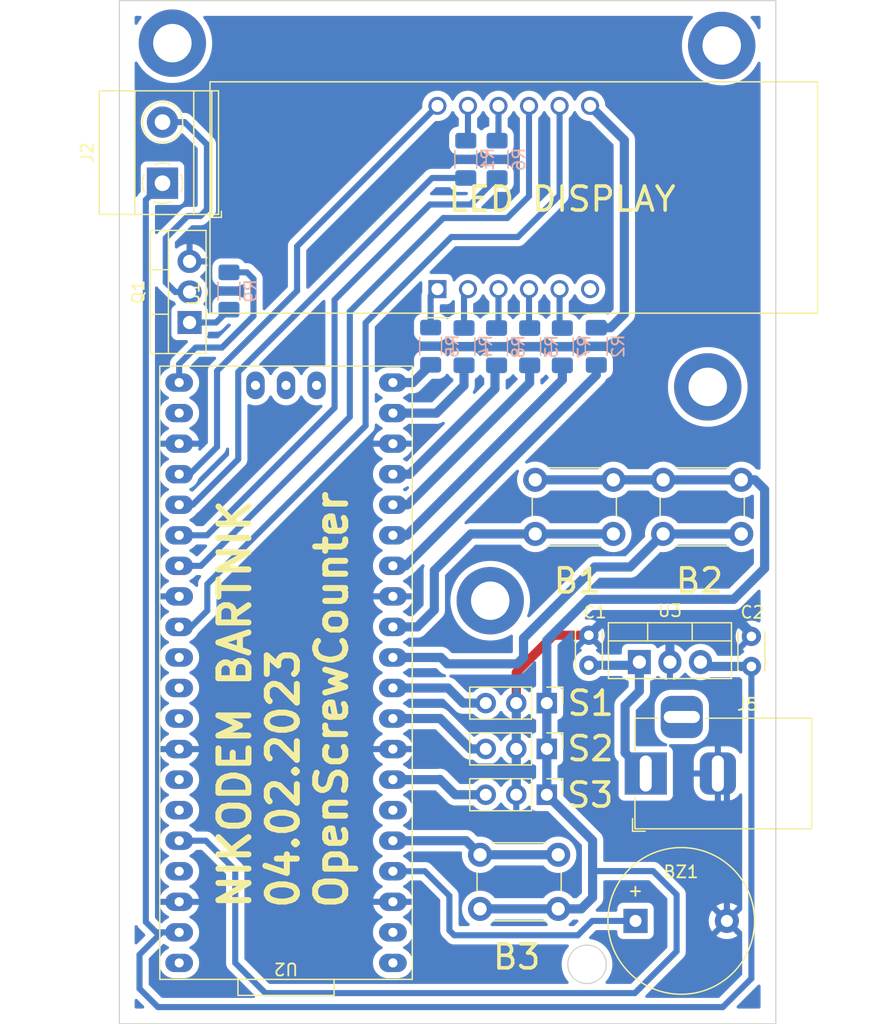
<source format=kicad_pcb>
(kicad_pcb (version 20211014) (generator pcbnew)
  (layers (0 "F.Cu" signal) (31 "B.Cu" signal) (34 "B.Paste" user) (35 "F.Paste" user) (36 "B.SilkS" user "B.Silkscreen") (37 "F.SilkS" user "F.Silkscreen") (38 "B.Mask" user) (39 "F.Mask" user) (44 "Edge.Cuts" user))
  (net 0 "")
  (net 1 "+12V")
  (net 2 "GND")
  (net 3 "DIS_A")
  (net 4 "Net-(R1-Pad2)")
  (net 5 "DIS_B")
  (net 6 "Net-(R2-Pad2)")
  (net 7 "DIS_C")
  (net 8 "Net-(R3-Pad2)")
  (net 9 "DIS_D")
  (net 10 "Net-(R4-Pad2)")
  (net 11 "DIS_E")
  (net 12 "Net-(R5-Pad2)")
  (net 13 "DIS_F")
  (net 14 "Net-(R6-Pad2)")
  (net 15 "DIS_G")
  (net 16 "Net-(R7-Pad2)")
  (net 17 "DIS_DP")
  (net 18 "Net-(R8-Pad2)")
  (net 19 "Net-(Q1-Pad1)")
  (net 20 "MOTOR")
  (net 21 "BUZZER")
  (net 31 "+3V3")
  (net 33 "+5V")
  (net 39 "DIG3")
  (net 40 "DIG2")
  (net 41 "DIG1")
  (net 42 "BUTTON3")
  (net 43 "BUTTON1")
  (net 44 "BUTTON2")
  (net 45 "Net-(J2-Pad2)")
  (net 46 "SENSOR3")
  (net 47 "SENSOR1")
  (net 48 "SENSOR2")
  (footprint "MountingHole:MountingHole_3.2mm_M3_DIN965_Pad" (layer "F.Cu") (at 130.120078 59.613657)
    (fp_text reference "REF**" hide)
    (fp_text value "MountingHole_3.2mm_M3_DIN965_Pad")
    (pad "1" thru_hole circle (at 0 0) (size 5.6 5.6) (drill 3.2) (layers *.Cu *.Mask))
  )
  (footprint "MountingHole:MountingHole_3.2mm_M3_DIN965_Pad" (layer "F.Cu") (at 128.958386 88.005426)
    (fp_text reference "REF**" hide)
    (fp_text value "MountingHole_3.2mm_M3_DIN965_Pad")
    (pad "1" thru_hole circle (at 0 0) (size 5.6 5.6) (drill 3.2) (layers *.Cu *.Mask))
  )
  (footprint "MountingHole:MountingHole_3.2mm_M3_DIN965_Pad" (layer "F.Cu") (at 110.862333 105.784682)
    (fp_text reference "REF**" hide)
    (fp_text value "MountingHole_3.2mm_M3_DIN965_Pad")
    (pad "1" thru_hole circle (at 0 0) (size 5.6 5.6) (drill 3.2) (layers *.Cu *.Mask))
  )
  (footprint "MountingHole:MountingHole_3.2mm_M3_DIN965_Pad" (layer "F.Cu") (at 84.420103 59.419298)
    (fp_text reference "REF**" hide)
    (fp_text value "MountingHole_3.2mm_M3_DIN965_Pad")
    (pad "1" thru_hole circle (at 0 0) (size 5.6 5.6) (drill 3.2) (layers *.Cu *.Mask))
  )
  (footprint "Connector_PinHeader_2.54mm:PinHeader_1x03_P2.54mm_Vertical" (layer "F.Cu") (at 115.57 114.3 -90)
    (fp_text reference "S1" (at 0.010921 -3.654043) (layer "F.SilkS") (effects (font (size 2 2) (thickness 0.3))))
    (fp_text value "Sensor")
    (fp_line (start 1.33 1.27) (end 1.33 6.41) (layer "F.SilkS") (width 0.12))
    (fp_line (start -1.33 0) (end -1.33 -1.33) (layer "F.SilkS") (width 0.12))
    (fp_line (start -1.33 -1.33) (end 0 -1.33) (layer "F.SilkS") (width 0.12))
    (fp_line (start -1.33 1.27) (end 1.33 1.27) (layer "F.SilkS") (width 0.12))
    (fp_line (start -1.33 1.27) (end -1.33 6.41) (layer "F.SilkS") (width 0.12))
    (fp_line (start -1.33 6.41) (end 1.33 6.41) (layer "F.SilkS") (width 0.12))
    (pad "1" thru_hole rect (at 0 0 270) (size 1.7 1.7) (drill 1) (layers *.Cu *.Mask) (net 31 "+3V3"))
    (pad "2" thru_hole oval (at 0 2.54 270) (size 1.7 1.7) (drill 1) (layers *.Cu *.Mask) (net 2 "GND"))
    (pad "3" thru_hole oval (at 0 5.08 270) (size 1.7 1.7) (drill 1) (layers *.Cu *.Mask) (net 47 "SENSOR1"))
  )
  (footprint "Button_Switch_THT:SW_PUSH_6mm_H7.3mm" (layer "F.Cu") (at 125.246998 95.733084)
    (fp_text reference "SW2" hide)
    (fp_text value "SW_Push")
    (fp_line (start 5.5 -1) (end 1 -1) (layer "F.SilkS") (width 0.12))
    (fp_line (start 1 5.5) (end 5.5 5.5) (layer "F.SilkS") (width 0.12))
    (fp_line (start -0.25 1.5) (end -0.25 3) (layer "F.SilkS") (width 0.12))
    (fp_line (start 6.75 3) (end 6.75 1.5) (layer "F.SilkS") (width 0.12))
    (pad "1" thru_hole circle (at 0 0 90) (size 2 2) (drill 1.1) (layers *.Cu *.Mask) (net 31 "+3V3"))
    (pad "1" thru_hole circle (at 6.5 0 90) (size 2 2) (drill 1.1) (layers *.Cu *.Mask) (net 31 "+3V3"))
    (pad "2" thru_hole circle (at 0 4.5 90) (size 2 2) (drill 1.1) (layers *.Cu *.Mask) (net 44 "BUTTON2"))
    (pad "2" thru_hole circle (at 6.5 4.5 90) (size 2 2) (drill 1.1) (layers *.Cu *.Mask) (net 44 "BUTTON2"))
  )
  (footprint "Connector_PinHeader_2.54mm:PinHeader_1x03_P2.54mm_Vertical" (layer "F.Cu") (at 115.57 121.92 -90)
    (fp_text reference "S3" (at 0.028335 -3.615798 180) (layer "F.SilkS") (effects (font (size 2 2) (thickness 0.3))))
    (fp_text value "Sensor")
    (fp_line (start -1.33 0) (end -1.33 -1.33) (layer "F.SilkS") (width 0.12))
    (fp_line (start -1.33 6.41) (end 1.33 6.41) (layer "F.SilkS") (width 0.12))
    (fp_line (start -1.33 1.27) (end 1.33 1.27) (layer "F.SilkS") (width 0.12))
    (fp_line (start -1.33 1.27) (end -1.33 6.41) (layer "F.SilkS") (width 0.12))
    (fp_line (start 1.33 1.27) (end 1.33 6.41) (layer "F.SilkS") (width 0.12))
    (fp_line (start -1.33 -1.33) (end 0 -1.33) (layer "F.SilkS") (width 0.12))
    (pad "1" thru_hole rect (at 0 0 270) (size 1.7 1.7) (drill 1) (layers *.Cu *.Mask) (net 31 "+3V3"))
    (pad "2" thru_hole oval (at 0 2.54 270) (size 1.7 1.7) (drill 1) (layers *.Cu *.Mask) (net 2 "GND"))
    (pad "3" thru_hole oval (at 0 5.08 270) (size 1.7 1.7) (drill 1) (layers *.Cu *.Mask) (net 46 "SENSOR3"))
  )
  (footprint "Capacitor_THT:C_Disc_D3.0mm_W2.0mm_P2.50mm" (layer "F.Cu") (at 119.069041 111.156209 90)
    (fp_text reference "C1" (at 4.42481 0.502373 180) (layer "F.SilkS"))
    (fp_text value "100u")
    (fp_line (start -0.37 1.12) (end 2.87 1.12) (layer "F.SilkS") (width 0.12))
    (fp_line (start -0.37 -1.12) (end -0.37 -1.055) (layer "F.SilkS") (width 0.12))
    (fp_line (start -0.37 -1.12) (end 2.87 -1.12) (layer "F.SilkS") (width 0.12))
    (fp_line (start -0.37 1.055) (end -0.37 1.12) (layer "F.SilkS") (width 0.12))
    (fp_line (start 2.87 1.055) (end 2.87 1.12) (layer "F.SilkS") (width 0.12))
    (fp_line (start 2.87 -1.12) (end 2.87 -1.055) (layer "F.SilkS") (width 0.12))
    (pad "1" thru_hole circle (at 0 0 90) (size 1.6 1.6) (drill 0.8) (layers *.Cu *.Mask) (net 1 "+12V"))
    (pad "2" thru_hole circle (at 2.5 0 90) (size 1.6 1.6) (drill 0.8) (layers *.Cu *.Mask) (net 2 "GND"))
  )
  (footprint "Capacitor_THT:C_Disc_D3.0mm_W2.0mm_P2.50mm" (layer "F.Cu") (at 132.587774 111.253852 90)
    (fp_text reference "C2" (at 4.501442 0.075766 180) (layer "F.SilkS"))
    (fp_text value "10u")
    (fp_line (start 2.87 -1.12) (end 2.87 -1.055) (layer "F.SilkS") (width 0.12))
    (fp_line (start -0.37 -1.12) (end 2.87 -1.12) (layer "F.SilkS") (width 0.12))
    (fp_line (start -0.37 1.12) (end 2.87 1.12) (layer "F.SilkS") (width 0.12))
    (fp_line (start -0.37 1.055) (end -0.37 1.12) (layer "F.SilkS") (width 0.12))
    (fp_line (start -0.37 -1.12) (end -0.37 -1.055) (layer "F.SilkS") (width 0.12))
    (fp_line (start 2.87 1.055) (end 2.87 1.12) (layer "F.SilkS") (width 0.12))
    (pad "1" thru_hole circle (at 0 0 90) (size 1.6 1.6) (drill 0.8) (layers *.Cu *.Mask) (net 33 "+5V"))
    (pad "2" thru_hole circle (at 2.5 0 90) (size 1.6 1.6) (drill 0.8) (layers *.Cu *.Mask) (net 2 "GND"))
  )
  (footprint "Buzzer_Beeper:Buzzer_12x9.5RM7.6" (layer "F.Cu") (at 122.951056 132.414125)
    (fp_text reference "BZ1" (at 3.781463 -4.077667) (layer "F.SilkS"))
    (fp_text value "Buzzer")
    (fp_text user "+" (at -0.01 -2.54) (layer "F.SilkS"))
    (fp_circle (center 3.8 0) (end 9.9 0) (layer "F.SilkS") (width 0.12) (fill none))
    (pad "1" thru_hole rect (at 0 0) (size 2 2) (drill 1) (layers *.Cu *.Mask) (net 21 "BUZZER"))
    (pad "2" thru_hole circle (at 7.6 0) (size 2 2) (drill 1) (layers *.Cu *.Mask) (net 2 "GND"))
  )
  (footprint "Connector_BarrelJack:BarrelJack_Horizontal" (layer "F.Cu") (at 123.8 120.155 180)
    (fp_text reference "J5" (at -8.45 5.75) (layer "F.SilkS"))
    (fp_text value "Barrel_Jack_MountingPin")
    (fp_line (start -13.8 4.6) (end -13.8 -4.6) (layer "F.SilkS") (width 0.12))
    (fp_line (start -13.8 -4.6) (end 0.9 -4.6) (layer "F.SilkS") (width 0.12))
    (fp_line (start 0.05 -4.8) (end 1.1 -4.8) (layer "F.SilkS") (width 0.12))
    (fp_line (start 0.9 1.9) (end 0.9 4.6) (layer "F.SilkS") (width 0.12))
    (fp_line (start 0.9 4.6) (end -1 4.6) (layer "F.SilkS") (width 0.12))
    (fp_line (start 0.9 -4.6) (end 0.9 -2) (layer "F.SilkS") (width 0.12))
    (fp_line (start 1.1 -3.75) (end 1.1 -4.8) (layer "F.SilkS") (width 0.12))
    (fp_line (start -5 4.6) (end -13.8 4.6) (layer "F.SilkS") (width 0.12))
    (pad "1" thru_hole rect (at 0 0 180) (size 3.5 3.5) (drill oval 1 3) (layers *.Cu *.Mask) (net 1 "+12V"))
    (pad "2" thru_hole roundrect (at -6 0 180) (size 3 3.5) (drill oval 1 3) (layers *.Cu *.Mask) (net 2 "GND"))
    (pad "3" thru_hole roundrect (at -3 4.7 180) (size 3.5 3.5) (drill oval 3 1) (layers *.Cu *.Mask))
  )
  (footprint "Connector_PinHeader_2.54mm:PinHeader_1x03_P2.54mm_Vertical" (layer "F.Cu") (at 115.57 118.11 -90)
    (fp_text reference "S2" (at -0.019788 -3.63492 180) (layer "F.SilkS") (effects (font (size 2 2) (thickness 0.3))))
    (fp_text value "Sensor")
    (fp_line (start -1.33 0) (end -1.33 -1.33) (layer "F.SilkS") (width 0.12))
    (fp_line (start 1.33 1.27) (end 1.33 6.41) (layer "F.SilkS") (width 0.12))
    (fp_line (start -1.33 -1.33) (end 0 -1.33) (layer "F.SilkS") (width 0.12))
    (fp_line (start -1.33 1.27) (end 1.33 1.27) (layer "F.SilkS") (width 0.12))
    (fp_line (start -1.33 6.41) (end 1.33 6.41) (layer "F.SilkS") (width 0.12))
    (fp_line (start -1.33 1.27) (end -1.33 6.41) (layer "F.SilkS") (width 0.12))
    (pad "1" thru_hole rect (at 0 0 270) (size 1.7 1.7) (drill 1) (layers *.Cu *.Mask) (net 31 "+3V3"))
    (pad "2" thru_hole oval (at 0 2.54 270) (size 1.7 1.7) (drill 1) (layers *.Cu *.Mask) (net 2 "GND"))
    (pad "3" thru_hole oval (at 0 5.08 270) (size 1.7 1.7) (drill 1) (layers *.Cu *.Mask) (net 48 "SENSOR2"))
  )
  (footprint "Display_7Segment:CA56-12EWA" (layer "F.Cu") (at 106.47 79.875 90)
    (fp_text reference "U1" (at -0.4 -20.31 90) (layer "F.SilkS"))
    (fp_text value "CA56-12EWA")
    (fp_line (start -2 -18.92) (end 17.24 -18.92) (layer "F.SilkS") (width 0.12))
    (fp_line (start -2.38 -1) (end -2.38 1) (layer "F.SilkS") (width 0.12))
    (fp_line (start 17.24 31.62) (end 17.24 -18.92) (layer "F.SilkS") (width 0.12))
    (fp_line (start -2 -18.92) (end -2 31.62) (layer "F.SilkS") (width 0.12))
    (fp_line (start -2 31.62) (end 17.24 31.62) (layer "F.SilkS") (width 0.12))
    (pad "1" thru_hole rect (at 0 0 90) (size 1.5 1.5) (drill 1) (layers *.Cu *.Mask) (net 12 "Net-(R5-Pad2)"))
    (pad "2" thru_hole circle (at 0 2.54 90) (size 1.5 1.5) (drill 1) (layers *.Cu *.Mask) (net 10 "Net-(R4-Pad2)"))
    (pad "3" thru_hole circle (at 0 5.08 90) (size 1.5 1.5) (drill 1) (layers *.Cu *.Mask) (net 18 "Net-(R8-Pad2)"))
    (pad "4" thru_hole circle (at 0 7.62 90) (size 1.5 1.5) (drill 1) (layers *.Cu *.Mask) (net 8 "Net-(R3-Pad2)"))
    (pad "5" thru_hole circle (at 0 10.16 90) (size 1.5 1.5) (drill 1) (layers *.Cu *.Mask) (net 16 "Net-(R7-Pad2)"))
    (pad "6" thru_hole circle (at 0 12.7 90) (size 1.5 1.5) (drill 1) (layers *.Cu *.Mask))
    (pad "7" thru_hole circle (at 15.24 12.7 90) (size 1.5 1.5) (drill 1) (layers *.Cu *.Mask) (net 6 "Net-(R2-Pad2)"))
    (pad "8" thru_hole circle (at 15.24 10.16 90) (size 1.5 1.5) (drill 1) (layers *.Cu *.Mask) (net 39 "DIG3"))
    (pad "9" thru_hole circle (at 15.24 7.62 90) (size 1.5 1.5) (drill 1) (layers *.Cu *.Mask) (net 40 "DIG2"))
    (pad "10" thru_hole circle (at 15.24 5.08 90) (size 1.5 1.5) (drill 1) (layers *.Cu *.Mask) (net 14 "Net-(R6-Pad2)"))
    (pad "11" thru_hole circle (at 15.24 2.54 90) (size 1.5 1.5) (drill 1) (layers *.Cu *.Mask) (net 4 "Net-(R1-Pad2)"))
    (pad "12" thru_hole circle (at 15.24 0 90) (size 1.5 1.5) (drill 1) (layers *.Cu *.Mask) (net 41 "DIG1"))
  )
  (footprint "Package_TO_SOT_THT:TO-220-3_Vertical" (layer "F.Cu") (at 85.85 82.65 90)
    (fp_text reference "Q1" (at 2.54 -4.27 90) (layer "F.SilkS"))
    (fp_text value "IRFZ44N")
    (fp_line (start 4.391 -3.27) (end 4.391 -1.76) (layer "F.SilkS") (width 0.12))
    (fp_line (start -2.58 1.371) (end 7.66 1.371) (layer "F.SilkS") (width 0.12))
    (fp_line (start 0.69 -3.27) (end 0.69 -1.76) (layer "F.SilkS") (width 0.12))
    (fp_line (start -2.58 -3.27) (end -2.58 1.371) (layer "F.SilkS") (width 0.12))
    (fp_line (start 7.66 -3.27) (end 7.66 1.371) (layer "F.SilkS") (width 0.12))
    (fp_line (start -2.58 -3.27) (end 7.66 -3.27) (layer "F.SilkS") (width 0.12))
    (fp_line (start -2.58 -1.76) (end 7.66 -1.76) (layer "F.SilkS") (width 0.12))
    (pad "1" thru_hole rect (at 0 0 90) (size 1.905 2) (drill 1.1) (layers *.Cu *.Mask) (net 19 "Net-(Q1-Pad1)"))
    (pad "2" thru_hole oval (at 2.54 0 90) (size 1.905 2) (drill 1.1) (layers *.Cu *.Mask) (net 45 "Net-(J2-Pad2)"))
    (pad "3" thru_hole oval (at 5.08 0 90) (size 1.905 2) (drill 1.1) (layers *.Cu *.Mask) (net 2 "GND"))
  )
  (footprint "TerminalBlock_Phoenix:TerminalBlock_Phoenix_MKDS-1,5-2-5.08_1x02_P5.08mm_Horizontal" (layer "F.Cu") (at 83.6 71.065 90)
    (fp_text reference "J2" (at 2.54 -6.26 90) (layer "F.SilkS"))
    (fp_text value "P1")
    (fp_line (start 6.355 -1.069) (end 6.308 -1.023) (layer "F.SilkS") (width 0.12))
    (fp_line (start -2.6 2.6) (end 7.68 2.6) (layer "F.SilkS") (width 0.12))
    (fp_line (start -2.84 4.9) (end -2.34 4.9) (layer "F.SilkS") (width 0.12))
    (fp_line (start -2.6 -5.261) (end 7.68 -5.261) (layer "F.SilkS") (width 0.12))
    (fp_line (start -2.6 -2.301) (end 7.68 -2.301) (layer "F.SilkS") (width 0.12))
    (fp_line (start 3.853 1.023) (end 3.806 1.069) (layer "F.SilkS") (width 0.12))
    (fp_line (start 4.046 1.239) (end 4.011 1.274) (layer "F.SilkS") (width 0.12))
    (fp_line (start -2.84 4.16) (end -2.84 4.9) (layer "F.SilkS") (width 0.12))
    (fp_line (start -2.6 4.1) (end 7.68 4.1) (layer "F.SilkS") (width 0.12))
    (fp_line (start 7.68 -5.261) (end 7.68 4.66) (layer "F.SilkS") (width 0.12))
    (fp_line (start 6.15 -1.275) (end 6.115 -1.239) (layer "F.SilkS") (width 0.12))
    (fp_line (start -2.6 -5.261) (end -2.6 4.66) (layer "F.SilkS") (width 0.12))
    (fp_line (start -2.6 4.66) (end 7.68 4.66) (layer "F.SilkS") (width 0.12))
    (fp_arc (start -0.683042 -1.535427) (mid 0.000524 -1.680501) (end 0.684 -1.535) (layer "F.SilkS") (width 0.12))
    (fp_arc (start 0.683318 1.534756) (mid 0.349292 1.643288) (end 0 1.68) (layer "F.SilkS") (width 0.12))
    (fp_arc (start 1.535427 -0.683042) (mid 1.680501 0.000524) (end 1.535 0.684) (layer "F.SilkS") (width 0.12))
    (fp_arc (start -1.535427 0.683042) (mid -1.680501 -0.000524) (end -1.535 -0.684) (layer "F.SilkS") (width 0.12))
    (fp_arc (start 0.028805 1.680253) (mid -0.335551 1.646659) (end -0.684 1.535) (layer "F.SilkS") (width 0.12))
    (fp_circle (center 5.08 0) (end 6.76 0) (layer "F.SilkS") (width 0.12) (fill none))
    (pad "1" thru_hole rect (at 0 0 90) (size 2.6 2.6) (drill 1.3) (layers *.Cu *.Mask) (net 33 "+5V"))
    (pad "2" thru_hole circle (at 5.08 0 90) (size 2.6 2.6) (drill 1.3) (layers *.Cu *.Mask) (net 45 "Net-(J2-Pad2)"))
  )
  (footprint "Button_Switch_THT:SW_PUSH_6mm_H7.3mm" (layer "F.Cu") (at 116.516306 131.412155 180)
    (fp_text reference "SW3" hide)
    (fp_text value "SW_Push")
    (fp_line (start -0.25 1.5) (end -0.25 3) (layer "F.SilkS") (width 0.12))
    (fp_line (start 6.75 3) (end 6.75 1.5) (layer "F.SilkS") (width 0.12))
    (fp_line (start 5.5 -1) (end 1 -1) (layer "F.SilkS") (width 0.12))
    (fp_line (start 1 5.5) (end 5.5 5.5) (layer "F.SilkS") (width 0.12))
    (pad "1" thru_hole circle (at 0 0 270) (size 2 2) (drill 1.1) (layers *.Cu *.Mask) (net 31 "+3V3"))
    (pad "1" thru_hole circle (at 6.5 0 270) (size 2 2) (drill 1.1) (layers *.Cu *.Mask) (net 31 "+3V3"))
    (pad "2" thru_hole circle (at 6.5 4.5 270) (size 2 2) (drill 1.1) (layers *.Cu *.Mask) (net 43 "BUTTON1"))
    (pad "2" thru_hole circle (at 0 4.5 270) (size 2 2) (drill 1.1) (layers *.Cu *.Mask) (net 43 "BUTTON1"))
  )
  (footprint "Button_Switch_THT:SW_PUSH_6mm_H7.3mm" (layer "F.Cu") (at 114.606998 95.733084)
    (fp_text reference "SW1" hide)
    (fp_text value "SW_Push")
    (fp_line (start 1 5.5) (end 5.5 5.5) (layer "F.SilkS") (width 0.12))
    (fp_line (start 5.5 -1) (end 1 -1) (layer "F.SilkS") (width 0.12))
    (fp_line (start -0.25 1.5) (end -0.25 3) (layer "F.SilkS") (width 0.12))
    (fp_line (start 6.75 3) (end 6.75 1.5) (layer "F.SilkS") (width 0.12))
    (pad "1" thru_hole circle (at 6.5 0 90) (size 2 2) (drill 1.1) (layers *.Cu *.Mask) (net 31 "+3V3"))
    (pad "1" thru_hole circle (at 0 0 90) (size 2 2) (drill 1.1) (layers *.Cu *.Mask) (net 31 "+3V3"))
    (pad "2" thru_hole circle (at 0 4.5 90) (size 2 2) (drill 1.1) (layers *.Cu *.Mask) (net 42 "BUTTON3"))
    (pad "2" thru_hole circle (at 6.5 4.5 90) (size 2 2) (drill 1.1) (layers *.Cu *.Mask) (net 42 "BUTTON3"))
  )
  (footprint "RaspberryPi:raspberry pi pico" (layer "F.Cu") (at 93.875 135.905 180)
    (fp_text reference "U2" (at 0 -0.5 180 unlocked) (layer "F.SilkS"))
    (fp_text value "pi pico")
    (fp_line (start -4 -2.7) (end 4 -2.7) (layer "F.SilkS") (width 0.12))
    (fp_line (start -4 -1.37) (end -4 -2.7) (layer "F.SilkS") (width 0.12))
    (fp_line (start 4 -2.7) (end 4 -1.37) (layer "F.SilkS") (width 0.12))
    (fp_rect (start -10.5 -1.37) (end 10.5 49.63) (layer "F.SilkS") (width 0.12) (fill none))
    (pad "1" thru_hole oval (at -8.89 0 180) (size 2.3 1.524) (drill 0.762) (layers *.Cu *.Mask))
    (pad "2" thru_hole oval (at -8.89 2.54 180) (size 2.3 1.524) (drill 0.762) (layers *.Cu *.Mask))
    (pad "3" thru_hole oval (at -8.89 5.08 180) (size 2.3 1.524) (drill 0.762) (layers *.Cu *.Mask) (net 2 "GND"))
    (pad "4" thru_hole oval (at -8.89 7.62 180) (size 2.3 1.524) (drill 0.762) (layers *.Cu *.Mask) (net 21 "BUZZER"))
    (pad "5" thru_hole oval (at -8.89 10.16 180) (size 2.3 1.524) (drill 0.762) (layers *.Cu *.Mask) (net 43 "BUTTON1"))
    (pad "6" thru_hole oval (at -8.89 12.7 180) (size 2.3 1.524) (drill 0.762) (layers *.Cu *.Mask))
    (pad "7" thru_hole oval (at -8.89 15.24 180) (size 2.3 1.524) (drill 0.762) (layers *.Cu *.Mask) (net 46 "SENSOR3"))
    (pad "8" thru_hole oval (at -8.89 17.78 180) (size 2.3 1.524) (drill 0.762) (layers *.Cu *.Mask) (net 2 "GND"))
    (pad "9" thru_hole oval (at -8.89 20.32 180) (size 2.3 1.524) (drill 0.762) (layers *.Cu *.Mask) (net 48 "SENSOR2"))
    (pad "10" thru_hole oval (at -8.89 22.86 180) (size 2.3 1.524) (drill 0.762) (layers *.Cu *.Mask) (net 47 "SENSOR1"))
    (pad "11" thru_hole oval (at -8.89 25.4 180) (size 2.3 1.524) (drill 0.762) (layers *.Cu *.Mask) (net 44 "BUTTON2"))
    (pad "12" thru_hole oval (at -8.89 27.94 180) (size 2.3 1.524) (drill 0.762) (layers *.Cu *.Mask) (net 42 "BUTTON3"))
    (pad "13" thru_hole oval (at -8.89 30.48 180) (size 2.3 1.524) (drill 0.762) (layers *.Cu *.Mask) (net 2 "GND"))
    (pad "14" thru_hole oval (at -8.89 33.02 180) (size 2.3 1.524) (drill 0.762) (layers *.Cu *.Mask) (net 5 "DIS_B"))
    (pad "15" thru_hole oval (at -8.89 35.56 180) (size 2.3 1.524) (drill 0.762) (layers *.Cu *.Mask) (net 15 "DIS_G"))
    (pad "16" thru_hole oval (at -8.89 38.1 180) (size 2.3 1.524) (drill 0.762) (layers *.Cu *.Mask) (net 7 "DIS_C"))
    (pad "17" thru_hole oval (at -8.89 40.64 180) (size 2.3 1.524) (drill 0.762) (layers *.Cu *.Mask) (net 17 "DIS_DP"))
    (pad "18" thru_hole oval (at -8.89 43.18 180) (size 2.3 1.524) (drill 0.762) (layers *.Cu *.Mask) (net 2 "GND"))
    (pad "19" thru_hole oval (at -8.89 45.72 180) (size 2.3 1.524) (drill 0.762) (layers *.Cu *.Mask) (net 9 "DIS_D"))
    (pad "20" thru_hole oval (at -8.89 48.26 180) (size 2.3 1.524) (drill 0.762) (layers *.Cu *.Mask) (net 11 "DIS_E"))
    (pad "21" thru_hole oval (at 8.89 48.26 180) (size 2.3 1.524) (drill 0.762) (layers *.Cu *.Mask) (net 20 "MOTOR"))
    (pad "22" thru_hole oval (at 8.89 45.72 180) (size 2.3 1.524) (drill 0.762) (layers *.Cu *.Mask))
    (pad "23" thru_hole oval (at 8.89 43.18 180) (size 2.3 1.524) (drill 0.762) (layers *.Cu *.Mask) (net 2 "GND"))
    (pad "24" thru_hole oval (at 8.89 40.64 180) (size 2.3 1.524) (drill 0.762) (layers *.Cu *.Mask) (net 41 "DIG1"))
    (pad "25" thru_hole oval (at 8.89 38.1 180) (size 2.3 1.524) (drill 0.762) (layers *.Cu *.Mask) (net 3 "DIS_A"))
    (pad "26" thru_hole oval (at 8.89 35.56 180) (size 2.3 1.524) (drill 0.762) (layers *.Cu *.Mask) (net 13 "DIS_F"))
    (pad "27" thru_hole oval (at 8.89 33.02 180) (size 2.3 1.524) (drill 0.762) (layers *.Cu *.Mask) (net 40 "DIG2"))
    (pad "28" thru_hole oval (at 8.89 30.48 180) (size 2.3 1.524) (drill 0.762) (layers *.Cu *.Mask) (net 2 "GND"))
    (pad "29" thru_hole oval (at 8.89 27.94 180) (size 2.3 1.524) (drill 0.762) (layers *.Cu *.Mask) (net 39 "DIG3"))
    (pad "30" thru_hole oval (at 8.89 25.4 180) (size 2.3 1.524) (drill 0.762) (layers *.Cu *.Mask))
    (pad "31" thru_hole oval (at 8.89 22.86 180) (size 2.3 1.524) (drill 0.762) (layers *.Cu *.Mask))
    (pad "32" thru_hole oval (at 8.89 20.32 180) (size 2.3 1.524) (drill 0.762) (layers *.Cu *.Mask))
    (pad "33" thru_hole oval (at 8.89 17.78 180) (size 2.3 1.524) (drill 0.762) (layers *.Cu *.Mask) (net 2 "GND"))
    (pad "34" thru_hole oval (at 8.89 15.24 180) (size 2.3 1.524) (drill 0.762) (layers *.Cu *.Mask))
    (pad "35" thru_hole oval (at 8.89 12.7 180) (size 2.3 1.524) (drill 0.762) (layers *.Cu *.Mask))
    (pad "36" thru_hole oval (at 8.89 10.16 180) (size 2.3 1.524) (drill 0.762) (layers *.Cu *.Mask) (net 31 "+3V3"))
    (pad "37" thru_hole oval (at 8.89 7.62 180) (size 2.3 1.524) (drill 0.762) (layers *.Cu *.Mask))
    (pad "38" thru_hole oval (at 8.89 5.08 180) (size 2.3 1.524) (drill 0.762) (layers *.Cu *.Mask) (net 2 "GND"))
    (pad "39" thru_hole oval (at 8.89 2.54 180) (size 2.3 1.524) (drill 0.762) (layers *.Cu *.Mask) (net 33 "+5V"))
    (pad "40" thru_hole oval (at 8.89 0 180) (size 2.3 1.524) (drill 0.762) (layers *.Cu *.Mask))
    (pad "41" thru_hole oval (at -2.54 48.03 270) (size 2.3 1.524) (drill 0.762) (layers *.Cu *.Mask))
    (pad "42" thru_hole oval (at 0 48.03 270) (size 2.3 1.524) (drill 0.762) (layers *.Cu *.Mask))
    (pad "43" thru_hole oval (at 2.54 48.03 270) (size 2.3 1.524) (drill 0.762) (layers *.Cu *.Mask))
  )
  (footprint "Package_TO_SOT_THT:TO-220-3_Vertical" (layer "F.Cu") (at 123.270847 110.887857)
    (fp_text reference "U3" (at 2.54 -4.27) (layer "F.SilkS"))
    (fp_text value "L7805")
    (fp_line (start 0.69 -3.27) (end 0.69 -1.76) (layer "F.SilkS") (width 0.12))
    (fp_line (start -2.58 -3.27) (end -2.58 1.371) (layer "F.SilkS") (width 0.12))
    (fp_line (start 4.391 -3.27) (end 4.391 -1.76) (layer "F.SilkS") (width 0.12))
    (fp_line (start -2.58 -1.76) (end 7.66 -1.76) (layer "F.SilkS") (width 0.12))
    (fp_line (start -2.58 1.371) (end 7.66 1.371) (layer "F.SilkS") (width 0.12))
    (fp_line (start 7.66 -3.27) (end 7.66 1.371) (layer "F.SilkS") (width 0.12))
    (fp_line (start -2.58 -3.27) (end 7.66 -3.27) (layer "F.SilkS") (width 0.12))
    (pad "1" thru_hole rect (at 0 0) (size 1.905 2) (drill 1.1) (layers *.Cu *.Mask) (net 1 "+12V"))
    (pad "2" thru_hole oval (at 2.54 0) (size 1.905 2) (drill 1.1) (layers *.Cu *.Mask) (net 2 "GND"))
    (pad "3" thru_hole oval (at 5.08 0) (size 1.905 2) (drill 1.1) (layers *.Cu *.Mask) (net 33 "+5V"))
  )
  (footprint "Resistor_SMD:R_1206_3216Metric_Pad1.30x1.75mm_HandSolder" (layer "B.Cu") (at 119.684298 84.631929 90)
    (fp_text reference "R2" (at 0 1.82 90) (layer "B.SilkS") (effects (justify mirror)))
    (fp_text value "330")
    (fp_line (start -0.727064 0.91) (end 0.727064 0.91) (layer "B.SilkS") (width 0.12))
    (fp_line (start -0.727064 -0.91) (end 0.727064 -0.91) (layer "B.SilkS") (width 0.12))
    (pad "1" smd roundrect (at -1.55 0 90) (size 1.3 1.75) (layers "B.Cu" "B.Paste" "B.Mask") (roundrect_rratio 0.192308) (net 5 "DIS_B"))
    (pad "2" smd roundrect (at 1.55 0 90) (size 1.3 1.75) (layers "B.Cu" "B.Paste" "B.Mask") (roundrect_rratio 0.192308) (net 6 "Net-(R2-Pad2)"))
  )
  (footprint "Resistor_SMD:R_1206_3216Metric_Pad1.30x1.75mm_HandSolder" (layer "B.Cu") (at 105.904191 84.619662 90)
    (fp_text reference "R5" (at 0 1.82 90) (layer "B.SilkS") (effects (justify mirror)))
    (fp_text value "330")
    (fp_line (start -0.727064 -0.91) (end 0.727064 -0.91) (layer "B.SilkS") (width 0.12))
    (fp_line (start -0.727064 0.91) (end 0.727064 0.91) (layer "B.SilkS") (width 0.12))
    (pad "1" smd roundrect (at -1.55 0 90) (size 1.3 1.75) (layers "B.Cu" "B.Paste" "B.Mask") (roundrect_rratio 0.192308) (net 11 "DIS_E"))
    (pad "2" smd roundrect (at 1.55 0 90) (size 1.3 1.75) (layers "B.Cu" "B.Paste" "B.Mask") (roundrect_rratio 0.192308) (net 12 "Net-(R5-Pad2)"))
  )
  (footprint "Resistor_SMD:R_1206_3216Metric_Pad1.30x1.75mm_HandSolder" (layer "B.Cu") (at 114.143926 84.661942 90)
    (fp_text reference "R3" (at 0 1.82 90) (layer "B.SilkS") (effects (justify mirror)))
    (fp_text value "330")
    (fp_line (start -0.727064 0.91) (end 0.727064 0.91) (layer "B.SilkS") (width 0.12))
    (fp_line (start -0.727064 -0.91) (end 0.727064 -0.91) (layer "B.SilkS") (width 0.12))
    (pad "1" smd roundrect (at -1.55 0 90) (size 1.3 1.75) (layers "B.Cu" "B.Paste" "B.Mask") (roundrect_rratio 0.192308) (net 7 "DIS_C"))
    (pad "2" smd roundrect (at 1.55 0 90) (size 1.3 1.75) (layers "B.Cu" "B.Paste" "B.Mask") (roundrect_rratio 0.192308) (net 8 "Net-(R3-Pad2)"))
  )
  (footprint "Resistor_SMD:R_1206_3216Metric_Pad1.30x1.75mm_HandSolder" (layer "B.Cu") (at 89.128626 80.030817 90)
    (fp_text reference "R9" (at 0 1.82 90) (layer "B.SilkS") (effects (justify mirror)))
    (fp_text value "10k")
    (fp_line (start -0.727064 -0.91) (end 0.727064 -0.91) (layer "B.SilkS") (width 0.12))
    (fp_line (start -0.727064 0.91) (end 0.727064 0.91) (layer "B.SilkS") (width 0.12))
    (pad "1" smd roundrect (at -1.55 0 90) (size 1.3 1.75) (layers "B.Cu" "B.Paste" "B.Mask") (roundrect_rratio 0.192308) (net 19 "Net-(Q1-Pad1)"))
    (pad "2" smd roundrect (at 1.55 0 90) (size 1.3 1.75) (layers "B.Cu" "B.Paste" "B.Mask") (roundrect_rratio 0.192308) (net 20 "MOTOR"))
  )
  (footprint "Resistor_SMD:R_1206_3216Metric_Pad1.30x1.75mm_HandSolder" (layer "B.Cu") (at 116.861203 84.661943 90)
    (fp_text reference "R7" (at 0 1.82 90) (layer "B.SilkS") (effects (justify mirror)))
    (fp_text value "330")
    (fp_line (start -0.727064 0.91) (end 0.727064 0.91) (layer "B.SilkS") (width 0.12))
    (fp_line (start -0.727064 -0.91) (end 0.727064 -0.91) (layer "B.SilkS") (width 0.12))
    (pad "1" smd roundrect (at -1.55 0 90) (size 1.3 1.75) (layers "B.Cu" "B.Paste" "B.Mask") (roundrect_rratio 0.192308) (net 15 "DIS_G"))
    (pad "2" smd roundrect (at 1.55 0 90) (size 1.3 1.75) (layers "B.Cu" "B.Paste" "B.Mask") (roundrect_rratio 0.192308) (net 16 "Net-(R7-Pad2)"))
  )
  (footprint "Resistor_SMD:R_1206_3216Metric_Pad1.30x1.75mm_HandSolder" (layer "B.Cu") (at 111.430252 69.082389 90)
    (fp_text reference "R6" (at 0 1.82 90) (layer "B.SilkS") (effects (justify mirror)))
    (fp_text value "330")
    (fp_line (start -0.727064 0.91) (end 0.727064 0.91) (layer "B.SilkS") (width 0.12))
    (fp_line (start -0.727064 -0.91) (end 0.727064 -0.91) (layer "B.SilkS") (width 0.12))
    (pad "1" smd roundrect (at -1.55 0 90) (size 1.3 1.75) (layers "B.Cu" "B.Paste" "B.Mask") (roundrect_rratio 0.192308) (net 13 "DIS_F"))
    (pad "2" smd roundrect (at 1.55 0 90) (size 1.3 1.75) (layers "B.Cu" "B.Paste" "B.Mask") (roundrect_rratio 0.192308) (net 14 "Net-(R6-Pad2)"))
  )
  (footprint "Resistor_SMD:R_1206_3216Metric_Pad1.30x1.75mm_HandSolder" (layer "B.Cu") (at 108.830904 69.082389 90)
    (fp_text reference "R1" (at 0 1.82 90) (layer "B.SilkS") (effects (justify mirror)))
    (fp_text value "330")
    (fp_line (start -0.727064 -0.91) (end 0.727064 -0.91) (layer "B.SilkS") (width 0.12))
    (fp_line (start -0.727064 0.91) (end 0.727064 0.91) (layer "B.SilkS") (width 0.12))
    (pad "1" smd roundrect (at -1.55 0 90) (size 1.3 1.75) (layers "B.Cu" "B.Paste" "B.Mask") (roundrect_rratio 0.192308) (net 3 "DIS_A"))
    (pad "2" smd roundrect (at 1.55 0 90) (size 1.3 1.75) (layers "B.Cu" "B.Paste" "B.Mask") (roundrect_rratio 0.192308) (net 4 "Net-(R1-Pad2)"))
  )
  (footprint "Resistor_SMD:R_1206_3216Metric_Pad1.30x1.75mm_HandSolder" (layer "B.Cu") (at 111.388481 84.661943 90)
    (fp_text reference "R8" (at 0 1.82 90) (layer "B.SilkS") (effects (justify mirror)))
    (fp_text value "330")
    (fp_line (start -0.727064 0.91) (end 0.727064 0.91) (layer "B.SilkS") (width 0.12))
    (fp_line (start -0.727064 -0.91) (end 0.727064 -0.91) (layer "B.SilkS") (width 0.12))
    (pad "1" smd roundrect (at -1.55 0 90) (size 1.3 1.75) (layers "B.Cu" "B.Paste" "B.Mask") (roundrect_rratio 0.192308) (net 17 "DIS_DP"))
    (pad "2" smd roundrect (at 1.55 0 90) (size 1.3 1.75) (layers "B.Cu" "B.Paste" "B.Mask") (roundrect_rratio 0.192308) (net 18 "Net-(R8-Pad2)"))
  )
  (footprint "Resistor_SMD:R_1206_3216Metric_Pad1.30x1.75mm_HandSolder" (layer "B.Cu") (at 108.681952 84.654772 90)
    (fp_text reference "R4" (at 0 1.82 90) (layer "B.SilkS") (effects (justify mirror)))
    (fp_text value "330")
    (fp_line (start -0.727064 -0.91) (end 0.727064 -0.91) (layer "B.SilkS") (width 0.12))
    (fp_line (start -0.727064 0.91) (end 0.727064 0.91) (layer "B.SilkS") (width 0.12))
    (pad "1" smd roundrect (at -1.55 0 90) (size 1.3 1.75) (layers "B.Cu" "B.Paste" "B.Mask") (roundrect_rratio 0.192308) (net 9 "DIS_D"))
    (pad "2" smd roundrect (at 1.55 0 90) (size 1.3 1.75) (layers "B.Cu" "B.Paste" "B.Mask") (roundrect_rratio 0.192308) (net 10 "Net-(R4-Pad2)"))
  )
  (gr_line (start 134.62 55.88) (end 80.01 55.88) (layer "Edge.Cuts") (width 0.1))
  (gr_circle (center 118.914389 136.025879) (end 120.514389 136.025879) (layer "Edge.Cuts") (width 0.1) (fill none))
  (gr_line (start 80.01 140.97) (end 134.62 140.97) (layer "Edge.Cuts") (width 0.1))
  (gr_line (start 134.62 140.97) (end 134.62 55.88) (layer "Edge.Cuts") (width 0.1))
  (gr_line (start 80.01 55.88) (end 80.01 140.97) (layer "Edge.Cuts") (width 0.1))
  (gr_text "B2" (at 128.27 104.14) (layer "F.SilkS") (effects (font (size 2 2) (thickness 0.3))))
  (gr_text "B1" (at 118.11 104.14) (layer "F.SilkS") (effects (font (size 2 2) (thickness 0.3))))
  (gr_text "B3" (at 113.066392 135.406983) (layer "F.SilkS") (effects (font (size 2 2) (thickness 0.3))))
  (gr_text "NIKODEM BARTNIK\n04.02.2023\nOpenScrewCounter" (at 93.644771 131.60849 90) (layer "F.SilkS") (effects (font (size 2.5 2.5) (thickness 0.5)) (justify left)))
  (gr_text "LED DISPLAY" (at 116.84 72.39) (layer "F.SilkS") (effects (font (size 2 2) (thickness 0.3))))
  (segment (start 123.002495 111.156209) (end 123.270847 110.887857) (width 0.762) (layer "B.Cu") (net 1))
  (segment (start 123.270847 113.317285) (end 123.270847 110.887857) (width 0.762) (layer "B.Cu") (net 1))
  (segment (start 122.081031 114.507101) (end 123.270847 113.317285) (width 0.762) (layer "B.Cu") (net 1))
  (segment (start 119.069041 111.156209) (end 123.002495 111.156209) (width 0.762) (layer "B.Cu") (net 1))
  (segment (start 122.081031 118.436031) (end 122.081031 114.507101) (width 0.762) (layer "B.Cu") (net 1))
  (segment (start 123.8 120.155) (end 122.081031 118.436031) (width 0.762) (layer "B.Cu") (net 1))
  (segment (start 113.03 111.76) (end 116.133791 108.656209) (width 0.762) (layer "F.Cu") (net 2))
  (segment (start 113.03 114.3) (end 113.03 111.76) (width 0.762) (layer "F.Cu") (net 2))
  (segment (start 116.133791 108.656209) (end 119.069041 108.656209) (width 0.762) (layer "F.Cu") (net 2))
  (segment (start 106.695 118.125) (end 108.142163 119.572163) (width 0.508) (layer "B.Cu") (net 2))
  (segment (start 125.962959 107.717041) (end 131.847041 107.717041) (width 0.762) (layer "B.Cu") (net 2))
  (segment (start 113.03 114.3) (end 113.03 118.11) (width 0.762) (layer "B.Cu") (net 2))
  (segment (start 125.810847 110.887857) (end 125.810847 107.869153) (width 0.762) (layer "B.Cu") (net 2))
  (segment (start 113.03 118.11) (end 113.03 121.92) (width 0.762) (layer "B.Cu") (net 2))
  (segment (start 120.008209 107.717041) (end 125.962959 107.717041) (width 0.762) (layer "B.Cu") (net 2))
  (segment (start 125.810847 107.869153) (end 125.962959 107.717041) (width 0.762) (layer "B.Cu") (net 2))
  (segment (start 102.765 118.125) (end 106.695 118.125) (width 0.508) (layer "B.Cu") (net 2))
  (segment (start 132.587774 108.457774) (end 132.587774 108.753852) (width 0.762) (layer "B.Cu") (net 2))
  (segment (start 108.142163 119.572163) (end 113.03 119.572163) (width 0.508) (layer "B.Cu") (net 2))
  (segment (start 119.069041 108.656209) (end 120.008209 107.717041) (width 0.762) (layer "B.Cu") (net 2))
  (segment (start 129.8 120.155) (end 130.551056 120.906056) (width 0.508) (layer "B.Cu") (net 2))
  (segment (start 131.847041 107.717041) (end 132.587774 108.457774) (width 0.762) (layer "B.Cu") (net 2))
  (segment (start 130.551056 120.906056) (end 130.551056 132.414125) (width 0.508) (layer "B.Cu") (net 2))
  (segment (start 89.900345 86.758731) (end 106.026687 70.632389) (width 0.508) (layer "B.Cu") (net 3))
  (segment (start 89.900345 94.016695) (end 89.900345 86.758731) (width 0.508) (layer "B.Cu") (net 3))
  (segment (start 86.11204 97.805) (end 89.900345 94.016695) (width 0.508) (layer "B.Cu") (net 3))
  (segment (start 106.026687 70.632389) (end 108.830904 70.632389) (width 0.508) (layer "B.Cu") (net 3))
  (segment (start 84.985 97.805) (end 86.11204 97.805) (width 0.508) (layer "B.Cu") (net 3))
  (segment (start 109.01 67.353293) (end 108.830904 67.532389) (width 0.508) (layer "B.Cu") (net 4))
  (segment (start 109.01 64.635) (end 109.01 67.353293) (width 0.508) (layer "B.Cu") (net 4))
  (segment (start 102.765 102.885) (end 103.82727 102.885) (width 0.762) (layer "B.Cu") (net 5))
  (segment (start 119.684298 87.027972) (end 119.684298 86.181929) (width 0.762) (layer "B.Cu") (net 5))
  (segment (start 103.82727 102.885) (end 119.684298 87.027972) (width 0.762) (layer "B.Cu") (net 5))
  (segment (start 122.018636 67.483636) (end 119.17 64.635) (width 0.762) (layer "B.Cu") (net 6))
  (segment (start 119.684298 83.081929) (end 120.876163 83.081929) (width 0.762) (layer "B.Cu") (net 6))
  (segment (start 122.018636 81.939456) (end 122.018636 67.483636) (width 0.762) (layer "B.Cu") (net 6))
  (segment (start 120.876163 83.081929) (end 122.018636 81.939456) (width 0.762) (layer "B.Cu") (net 6))
  (segment (start 104.002349 97.805) (end 114.143926 87.663423) (width 0.762) (layer "B.Cu") (net 7))
  (segment (start 114.143926 87.663423) (end 114.143926 86.211942) (width 0.762) (layer "B.Cu") (net 7))
  (segment (start 102.765 97.805) (end 104.002349 97.805) (width 0.762) (layer "B.Cu") (net 7))
  (segment (start 114.09 79.875) (end 114.09 83.058016) (width 0.508) (layer "B.Cu") (net 8))
  (segment (start 114.09 83.058016) (end 114.143926 83.111942) (width 0.508) (layer "B.Cu") (net 8))
  (segment (start 108.681952 87.893588) (end 108.681952 86.204772) (width 0.762) (layer "B.Cu") (net 9))
  (segment (start 106.39054 90.185) (end 108.681952 87.893588) (width 0.762) (layer "B.Cu") (net 9))
  (segment (start 102.765 90.185) (end 106.39054 90.185) (width 0.762) (layer "B.Cu") (net 9))
  (segment (start 108.681952 80.203048) (end 108.681952 83.104772) (width 0.508) (layer "B.Cu") (net 10))
  (segment (start 109.01 79.875) (end 108.681952 80.203048) (width 0.508) (layer "B.Cu") (net 10))
  (segment (start 102.765 87.645) (end 104.428853 87.645) (width 0.762) (layer "B.Cu") (net 11))
  (segment (start 104.428853 87.645) (end 105.904191 86.169662) (width 0.762) (layer "B.Cu") (net 11))
  (segment (start 106.47 79.875) (end 105.904191 80.440809) (width 0.508) (layer "B.Cu") (net 12))
  (segment (start 105.904191 80.440809) (end 105.904191 83.069662) (width 0.508) (layer "B.Cu") (net 12))
  (segment (start 97.913124 80.767412) (end 105.845858 72.834678) (width 0.508) (layer "B.Cu") (net 13))
  (segment (start 84.985 100.345) (end 87.308881 100.345) (width 0.508) (layer "B.Cu") (net 13))
  (segment (start 105.845858 72.834678) (end 109.227963 72.834678) (width 0.508) (layer "B.Cu") (net 13))
  (segment (start 97.913124 89.740757) (end 97.913124 80.767412) (width 0.508) (layer "B.Cu") (net 13))
  (segment (start 109.227963 72.834678) (end 111.430252 70.632389) (width 0.508) (layer "B.Cu") (net 13))
  (segment (start 87.308881 100.345) (end 97.913124 89.740757) (width 0.508) (layer "B.Cu") (net 13))
  (segment (start 111.370904 64.814096) (end 111.55 64.635) (width 0.508) (layer "B.Cu") (net 14))
  (segment (start 111.55 64.635) (end 111.55 67.412641) (width 0.508) (layer "B.Cu") (net 14))
  (segment (start 111.55 67.412641) (end 111.430252 67.532389) (width 0.508) (layer "B.Cu") (net 14))
  (segment (start 102.765 100.345) (end 103.929152 100.345) (width 0.762) (layer "B.Cu") (net 15))
  (segment (start 116.861203 87.412949) (end 116.861203 86.211943) (width 0.762) (layer "B.Cu") (net 15))
  (segment (start 103.929152 100.345) (end 116.861203 87.412949) (width 0.762) (layer "B.Cu") (net 15))
  (segment (start 116.63 82.88074) (end 116.861203 83.111943) (width 0.508) (layer "B.Cu") (net 16))
  (segment (start 116.63 79.875) (end 116.63 82.88074) (width 0.508) (layer "B.Cu") (net 16))
  (segment (start 111.256508 88.170089) (end 111.256508 86.343916) (width 0.762) (layer "B.Cu") (net 17))
  (segment (start 102.765 95.265) (end 104.161597 95.265) (width 0.762) (layer "B.Cu") (net 17))
  (segment (start 104.161597 95.265) (end 111.256508 88.170089) (width 0.762) (layer "B.Cu") (net 17))
  (segment (start 111.256508 86.343916) (end 111.388481 86.211943) (width 0.762) (layer "B.Cu") (net 17))
  (segment (start 111.55 79.875) (end 111.55 82.950424) (width 0.508) (layer "B.Cu") (net 18))
  (segment (start 111.55 82.950424) (end 111.388481 83.111943) (width 0.508) (layer "B.Cu") (net 18))
  (segment (start 88.059443 82.65) (end 89.128626 81.580817) (width 0.508) (layer "B.Cu") (net 19))
  (segment (start 85.85 82.65) (end 88.059443 82.65) (width 0.508) (layer "B.Cu") (net 19))
  (segment (start 90.624935 78.480817) (end 89.128626 78.480817) (width 0.508) (layer "B.Cu") (net 20))
  (segment (start 84.985 87.645) (end 84.985 86.103216) (width 0.508) (layer "B.Cu") (net 20))
  (segment (start 91.166246 82.111995) (end 91.166246 79.022128) (width 0.508) (layer "B.Cu") (net 20))
  (segment (start 88.546804 84.731437) (end 91.166246 82.111995) (width 0.508) (layer "B.Cu") (net 20))
  (segment (start 91.166246 79.022128) (end 90.624935 78.480817) (width 0.508) (layer "B.Cu") (net 20))
  (segment (start 84.985 86.103216) (end 86.356779 84.731437) (width 0.508) (layer "B.Cu") (net 20))
  (segment (start 86.356779 84.731437) (end 88.546804 84.731437) (width 0.508) (layer "B.Cu") (net 20))
  (segment (start 107.466348 133.203857) (end 107.8699 133.607409) (width 0.508) (layer "B.Cu") (net 21))
  (segment (start 105.425011 128.285011) (end 107.466348 130.326348) (width 0.508) (layer "B.Cu") (net 21))
  (segment (start 107.8699 133.607409) (end 118.153025 133.607409) (width 0.508) (layer "B.Cu") (net 21))
  (segment (start 118.153025 133.607409) (end 119.346309 132.414125) (width 0.508) (layer "B.Cu") (net 21))
  (segment (start 102.764996 128.285011) (end 105.425011 128.285011) (width 0.508) (layer "B.Cu") (net 21))
  (segment (start 107.466348 130.326348) (end 107.466348 133.203857) (width 0.508) (layer "B.Cu") (net 21))
  (segment (start 119.346309 132.414125) (end 122.951056 132.414125) (width 0.508) (layer "B.Cu") (net 21))
  (segment (start 133.690644 96.543949) (end 132.879779 95.733084) (width 0.762) (layer "B.Cu") (net 31))
  (segment (start 122.895898 138.418499) (end 126.365178 134.949219) (width 0.508) (layer "B.Cu") (net 31))
  (segment (start 132.879779 95.733084) (end 131.746998 95.733084) (width 0.762) (layer "B.Cu") (net 31))
  (segment (start 119.38 128.27) (end 119.38 130.465035) (width 0.762) (layer "B.Cu") (net 31))
  (segment (start 125.246998 95.733084) (end 131.746998 95.733084) (width 0.762) (layer "B.Cu") (net 31))
  (segment (start 119.38 130.465035) (end 118.43288 131.412155) (width 0.762) (layer "B.Cu") (net 31))
  (segment (start 87.201985 125.745) (end 89.650047 128.193062) (width 0.508) (layer "B.Cu") (net 31))
  (segment (start 115.57 118.11) (end 115.57 114.3) (width 0.762) (layer "B.Cu") (net 31))
  (segment (start 119.38 128.27) (end 119.38 125.73) (width 0.762) (layer "B.Cu") (net 31))
  (segment (start 133.690644 103.092554) (end 133.690644 96.543949) (width 0.762) (layer "B.Cu") (net 31))
  (segment (start 89.650047 128.193062) (end 89.650047 135.90825) (width 0.508) (layer "B.Cu") (net 31))
  (segment (start 119.38 125.73) (end 115.57 121.92) (width 0.762) (layer "B.Cu") (net 31))
  (segment (start 121.106998 95.733084) (end 125.246998 95.733084) (width 0.762) (layer "B.Cu") (net 31))
  (segment (start 114.606998 95.733084) (end 121.106998 95.733084) (width 0.762) (layer "B.Cu") (net 31))
  (segment (start 118.985172 105.669054) (end 131.114144 105.669054) (width 0.762) (layer "B.Cu") (net 31))
  (segment (start 84.985 125.745) (end 87.201985 125.745) (width 0.508) (layer "B.Cu") (net 31))
  (segment (start 89.650047 135.90825) (end 92.160296 138.418499) (width 0.508) (layer "B.Cu") (net 31))
  (segment (start 131.114144 105.669054) (end 133.690644 103.092554) (width 0.762) (layer "B.Cu") (net 31))
  (segment (start 92.160296 138.418499) (end 122.895898 138.418499) (width 0.508) (layer "B.Cu") (net 31))
  (segment (start 115.57 114.3) (end 115.57 109.084226) (width 0.762) (layer "B.Cu") (net 31))
  (segment (start 115.57 121.92) (end 115.57 118.11) (width 0.762) (layer "B.Cu") (net 31))
  (segment (start 110.016306 131.412155) (end 116.516306 131.412155) (width 0.762) (layer "B.Cu") (net 31))
  (segment (start 115.57 109.084226) (end 118.985172 105.669054) (width 0.762) (layer "B.Cu") (net 31))
  (segment (start 118.43288 131.412155) (end 116.516306 131.412155) (width 0.762) (layer "B.Cu") (net 31))
  (segment (start 126.365178 130.225635) (end 124.409543 128.27) (width 0.508) (layer "B.Cu") (net 31))
  (segment (start 124.409543 128.27) (end 119.38 128.27) (width 0.508) (layer "B.Cu") (net 31))
  (segment (start 126.365178 134.949219) (end 126.365178 130.225635) (width 0.508) (layer "B.Cu") (net 31))
  (segment (start 82.21076 132.498681) (end 82.21076 72.45424) (width 0.508) (layer "B.Cu") (net 33))
  (segment (start 84.985 133.365) (end 83.077079 133.365) (width 0.508) (layer "B.Cu") (net 33))
  (segment (start 132.587774 111.253852) (end 132.587774 137.207962) (width 0.508) (layer "B.Cu") (net 33))
  (segment (start 81.68715 138.046625) (end 81.68715 135.215656) (width 0.508) (layer "B.Cu") (net 33))
  (segment (start 130.215545 139.580191) (end 83.220716 139.580191) (width 0.508) (layer "B.Cu") (net 33))
  (segment (start 132.587774 137.207962) (end 130.215545 139.580191) (width 0.508) (layer "B.Cu") (net 33))
  (segment (start 81.68715 135.215656) (end 83.537806 133.365) (width 0.508) (layer "B.Cu") (net 33))
  (segment (start 128.716842 111.253852) (end 128.350847 110.887857) (width 0.762) (layer "B.Cu") (net 33))
  (segment (start 83.537806 133.365) (end 84.985 133.365) (width 0.508) (layer "B.Cu") (net 33))
  (segment (start 83.220716 139.580191) (end 81.68715 138.046625) (width 0.508) (layer "B.Cu") (net 33))
  (segment (start 83.077079 133.365) (end 82.21076 132.498681) (width 0.508) (layer "B.Cu") (net 33))
  (segment (start 82.21076 72.45424) (end 83.6 71.065) (width 0.508) (layer "B.Cu") (net 33))
  (segment (start 132.587774 111.253852) (end 128.716842 111.253852) (width 0.762) (layer "B.Cu") (net 33))
  (segment (start 100.494662 91.232311) (end 100.494662 82.673529) (width 0.508) (layer "B.Cu") (net 39))
  (segment (start 107.628187 75.540004) (end 113.162797 75.540004) (width 0.508) (layer "B.Cu") (net 39))
  (segment (start 100.494662 82.673529) (end 107.628187 75.540004) (width 0.508) (layer "B.Cu") (net 39))
  (segment (start 87.32882 106.610253) (end 87.32882 104.398153) (width 0.508) (layer "B.Cu") (net 39))
  (segment (start 113.162797 75.540004) (end 116.63 72.072801) (width 0.508) (layer "B.Cu") (net 39))
  (segment (start 87.32882 104.398153) (end 100.494662 91.232311) (width 0.508) (layer "B.Cu") (net 39))
  (segment (start 116.63 72.072801) (end 116.63 64.635) (width 0.508) (layer "B.Cu") (net 39))
  (segment (start 84.985 107.965) (end 85.974073 107.965) (width 0.508) (layer "B.Cu") (net 39))
  (segment (start 85.974073 107.965) (end 87.32882 106.610253) (width 0.508) (layer "B.Cu") (net 39))
  (segment (start 84.985 102.885) (end 86.794536 102.885) (width 0.508) (layer "B.Cu") (net 40))
  (segment (start 112.274101 73.961897) (end 114.09 72.145998) (width 0.508) (layer "B.Cu") (net 40))
  (segment (start 99.18238 81.735489) (end 106.955972 73.961897) (width 0.508) (layer "B.Cu") (net 40))
  (segment (start 113.970252 64.754748) (end 114.09 64.635) (width 0.508) (layer "B.Cu") (net 40))
  (segment (start 99.18238 90.497156) (end 99.18238 81.735489) (width 0.508) (layer "B.Cu") (net 40))
  (segment (start 114.09 72.145998) (end 114.09 64.635) (width 0.508) (layer "B.Cu") (net 40))
  (segment (start 106.955972 73.961897) (end 112.274101 73.961897) (width 0.508) (layer "B.Cu") (net 40))
  (segment (start 86.794536 102.885) (end 99.18238 90.497156) (width 0.508) (layer "B.Cu") (net 40))
  (segment (start 84.985 95.265) (end 85.871567 95.265) (width 0.508) (layer "B.Cu") (net 41))
  (segment (start 88.138858 92.997709) (end 88.138858 86.675055) (width 0.508) (layer "B.Cu") (net 41))
  (segment (start 88.138858 86.675055) (end 94.794818 80.019095) (width 0.508) (layer "B.Cu") (net 41))
  (segment (start 94.794818 80.019095) (end 94.794818 76.310182) (width 0.508) (layer "B.Cu") (net 41))
  (segment (start 85.871567 95.265) (end 88.138858 92.997709) (width 0.508) (layer "B.Cu") (net 41))
  (segment (start 94.794818 76.310182) (end 106.47 64.635) (width 0.508) (layer "B.Cu") (net 41))
  (segment (start 109.258391 100.233084) (end 114.606998 100.233084) (width 0.762) (layer "B.Cu") (net 42))
  (segment (start 104.79264 107.965) (end 106.210438 106.547202) (width 0.762) (layer "B.Cu") (net 42))
  (segment (start 114.606998 100.233084) (end 121.106998 100.233084) (width 0.762) (layer "B.Cu") (net 42))
  (segment (start 106.210438 106.547202) (end 106.210438 103.281037) (width 0.762) (layer "B.Cu") (net 42))
  (segment (start 106.210438 103.281037) (end 109.258391 100.233084) (width 0.762) (layer "B.Cu") (net 42))
  (segment (start 102.765 107.965) (end 104.79264 107.965) (width 0.762) (layer "B.Cu") (net 42))
  (segment (start 108.849151 125.745) (end 110.016306 126.912155) (width 0.762) (layer "B.Cu") (net 43))
  (segment (start 102.765 125.745) (end 108.849151 125.745) (width 0.762) (layer "B.Cu") (net 43))
  (segment (start 110.016306 126.912155) (end 116.516306 126.912155) (width 0.762) (layer "B.Cu") (net 43))
  (segment (start 106.761601 110.505) (end 107.292945 111.036344) (width 0.762) (layer "B.Cu") (net 44))
  (segment (start 113.101405 111.036344) (end 113.633846 110.503903) (width 0.762) (layer "B.Cu") (net 44))
  (segment (start 102.765 110.505) (end 106.761601 110.505) (width 0.762) (layer "B.Cu") (net 44))
  (segment (start 125.246998 100.233084) (end 131.746998 100.233084) (width 0.762) (layer "B.Cu") (net 44))
  (segment (start 113.633846 108.906576) (end 119.560921 102.979501) (width 0.762) (layer "B.Cu") (net 44))
  (segment (start 122.500581 102.979501) (end 125.246998 100.233084) (width 0.762) (layer "B.Cu") (net 44))
  (segment (start 119.560921 102.979501) (end 122.500581 102.979501) (width 0.762) (layer "B.Cu") (net 44))
  (segment (start 113.633846 110.503903) (end 113.633846 108.906576) (width 0.762) (layer "B.Cu") (net 44))
  (segment (start 107.292945 111.036344) (end 113.101405 111.036344) (width 0.762) (layer "B.Cu") (net 44))
  (segment (start 86.746475 73.795266) (end 87.290402 73.251339) (width 0.508) (layer "B.Cu") (net 45))
  (segment (start 85.434716 65.985) (end 83.6 65.985) (width 0.508) (layer "B.Cu") (net 45))
  (segment (start 83.869382 75.627444) (end 85.70156 73.795266) (width 0.508) (layer "B.Cu") (net 45))
  (segment (start 83.869382 79.320428) (end 83.869382 75.627444) (width 0.508) (layer "B.Cu") (net 45))
  (segment (start 87.290402 67.840686) (end 85.434716 65.985) (width 0.508) (layer "B.Cu") (net 45))
  (segment (start 85.85 80.11) (end 84.658954 80.11) (width 0.508) (layer "B.Cu") (net 45))
  (segment (start 87.290402 73.251339) (end 87.290402 67.840686) (width 0.508) (layer "B.Cu") (net 45))
  (segment (start 84.658954 80.11) (end 83.869382 79.320428) (width 0.508) (layer "B.Cu") (net 45))
  (segment (start 85.70156 73.795266) (end 86.746475 73.795266) (width 0.508) (layer "B.Cu") (net 45))
  (segment (start 106.665 120.665) (end 102.765 120.665) (width 0.762) (layer "B.Cu") (net 46))
  (segment (start 110.49 121.92) (end 107.95 121.92) (width 0.762) (layer "B.Cu") (net 46))
  (segment (start 106.68 120.65) (end 106.665 120.665) (width 0.762) (layer "B.Cu") (net 46))
  (segment (start 107.95 121.92) (end 106.68 120.65) (width 0.762) (layer "B.Cu") (net 46))
  (segment (start 110.49 114.3) (end 108.603787 114.3) (width 0.762) (layer "B.Cu") (net 47))
  (segment (start 107.348787 113.045) (end 102.765 113.045) (width 0.762) (layer "B.Cu") (net 47))
  (segment (start 108.603787 114.3) (end 107.348787 113.045) (width 0.762) (layer "B.Cu") (net 47))
  (segment (start 109.22 118.11) (end 106.695 115.585) (width 0.762) (layer "B.Cu") (net 48))
  (segment (start 106.695 115.585) (end 102.765 115.585) (width 0.762) (layer "B.Cu") (net 48))
  (segment (start 110.49 118.11) (end 109.22 118.11) (width 0.762) (layer "B.Cu") (net 48))
  (zone (net 2) (net_name "GND") (layer "B.Cu") (connect_pads (clearance 0.508)) (min_thickness 0.254) (fill yes (thermal_gap 0.508) (thermal_bridge_width 0.508) (island_removal_mode 1) (island_area_min 0))
    (polygon (pts (xy 133.35 139.7) (xy 81.28 139.7) (xy 81.28 57.15) (xy 133.35 57.15)))
  )
)
</source>
